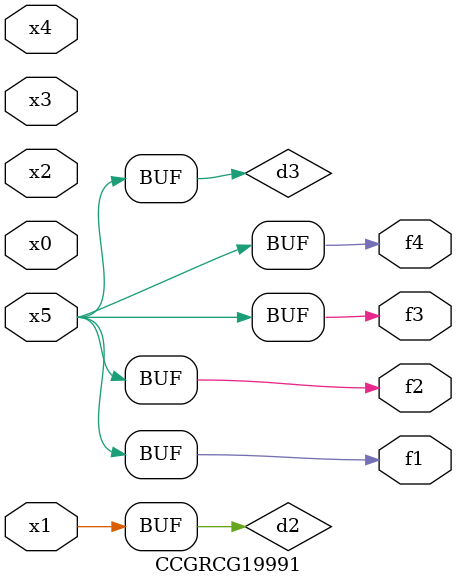
<source format=v>
module CCGRCG19991(
	input x0, x1, x2, x3, x4, x5,
	output f1, f2, f3, f4
);

	wire d1, d2, d3;

	not (d1, x5);
	or (d2, x1);
	xnor (d3, d1);
	assign f1 = d3;
	assign f2 = d3;
	assign f3 = d3;
	assign f4 = d3;
endmodule

</source>
